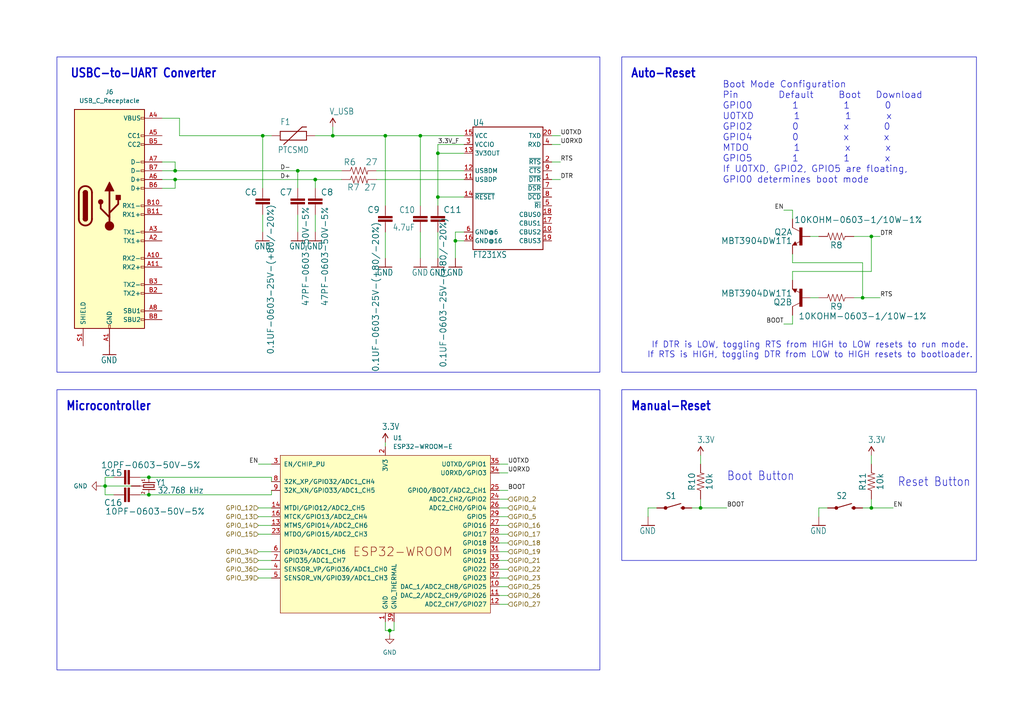
<source format=kicad_sch>
(kicad_sch (version 20230121) (generator eeschema)
  (paper "A4")
  (title_block (title "Microcontroller"))
  (lib_symbols
    (symbol "Connector:USB_C_Receptacle" (pin_names (offset 1.016))
      (property "Reference" "J" (at -10.16 29.21 0))
      (property "Value" "USB_C_Receptacle" (at 10.16 29.21 0))
      (symbol "USB_C_Receptacle_0_0"
        (rectangle (start -0.254 -35.56) (end 0.254 -34.544))
        (rectangle (start 10.16 -32.766) (end 9.144 -33.274))
        (rectangle (start 10.16 -30.226) (end 9.144 -30.734))
        (rectangle (start 10.16 -25.146) (end 9.144 -25.654))
        (rectangle (start 10.16 -22.606) (end 9.144 -23.114))
        (rectangle (start 10.16 -17.526) (end 9.144 -18.034))
        (rectangle (start 10.16 -14.986) (end 9.144 -15.494))
        (rectangle (start 10.16 -9.906) (end 9.144 -10.414))
        (rectangle (start 10.16 -7.366) (end 9.144 -7.874))
        (rectangle (start 10.16 -2.286) (end 9.144 -2.794))
        (rectangle (start 10.16 0.254) (end 9.144 -0.254))
        (rectangle (start 10.16 5.334) (end 9.144 4.826))
        (rectangle (start 10.16 7.874) (end 9.144 7.366))
        (rectangle (start 10.16 10.414) (end 9.144 9.906))
        (rectangle (start 10.16 12.954) (end 9.144 12.446))
        (rectangle (start 10.16 18.034) (end 9.144 17.526))
        (rectangle (start 10.16 20.574) (end 9.144 20.066))
        (rectangle (start 10.16 25.654) (end 9.144 25.146))
      )
      (symbol "USB_C_Receptacle_0_1"
        (rectangle (start -10.16 27.94) (end 10.16 -35.56) (stroke (width 0.254)) (fill (type background)))
        (arc (start -8.89 -3.81) (mid -6.985 -5.7067) (end -5.08 -3.81) (stroke (width 0.508)))
        (arc (start -7.62 -3.81) (mid -6.985 -4.4423) (end -6.35 -3.81) (stroke (width 0.254)))
        (arc (start -7.62 -3.81) (mid -6.985 -4.4423) (end -6.35 -3.81) (stroke (width 0.254)) (fill (type outline)))
        (rectangle (start -7.62 -3.81) (end -6.35 3.81) (stroke (width 0.254)) (fill (type outline)))
        (arc (start -6.35 3.81) (mid -6.985 4.4423) (end -7.62 3.81) (stroke (width 0.254)))
        (arc (start -6.35 3.81) (mid -6.985 4.4423) (end -7.62 3.81) (stroke (width 0.254)) (fill (type outline)))
        (arc (start -5.08 3.81) (mid -6.985 5.7067) (end -8.89 3.81) (stroke (width 0.508)))
        (polyline (pts (xy -8.89 -3.81) (xy -8.89 3.81)) (stroke (width 0.508)))
        (polyline (pts (xy -5.08 3.81) (xy -5.08 -3.81)) (stroke (width 0.508)))
      )
      (symbol "USB_C_Receptacle_1_1"
        (circle (center -2.54 1.143) (radius 0.635) (stroke (width 0.254)) (fill (type outline)))
        (circle (center 0 -5.842) (radius 1.27) (fill (type outline)))
        (polyline (pts (xy 0 -5.842) (xy 0 4.318)) (stroke (width 0.508)))
        (polyline (pts (xy 0 -3.302) (xy -2.54 -0.762) (xy -2.54 0.508)) (stroke (width 0.508)))
        (polyline (pts (xy 0 -2.032) (xy 2.54 0.508) (xy 2.54 1.778)) (stroke (width 0.508)))
        (polyline (pts (xy -1.27 4.318) (xy 0 6.858) (xy 1.27 4.318) (xy -1.27 4.318)) (stroke (width 0.254)) (fill (type outline)))
        (rectangle (start 1.905 1.778) (end 3.175 3.048) (stroke (width 0.254)) (fill (type outline)))
        (pin passive line (at 0 -40.64 90) (length 5.08) (name "GND") (number "A1"))
        (pin bidirectional line (at 15.24 -15.24 180) (length 5.08) (name "RX2-") (number "A10"))
        (pin bidirectional line (at 15.24 -17.78 180) (length 5.08) (name "RX2+") (number "A11"))
        (pin passive line (at 0 -40.64 90) (length 5.08) hide (name "GND") (number "A12"))
        (pin bidirectional line (at 15.24 -10.16 180) (length 5.08) (name "TX1+") (number "A2"))
        (pin bidirectional line (at 15.24 -7.62 180) (length 5.08) (name "TX1-") (number "A3"))
        (pin passive line (at 15.24 25.4 180) (length 5.08) (name "VBUS") (number "A4"))
        (pin bidirectional line (at 15.24 20.32 180) (length 5.08) (name "CC1") (number "A5"))
        (pin bidirectional line (at 15.24 7.62 180) (length 5.08) (name "D+") (number "A6"))
        (pin bidirectional line (at 15.24 12.7 180) (length 5.08) (name "D-") (number "A7"))
        (pin bidirectional line (at 15.24 -30.48 180) (length 5.08) (name "SBU1") (number "A8"))
        (pin passive line (at 15.24 25.4 180) (length 5.08) hide (name "VBUS") (number "A9"))
        (pin passive line (at 0 -40.64 90) (length 5.08) hide (name "GND") (number "B1"))
        (pin bidirectional line (at 15.24 0 180) (length 5.08) (name "RX1-") (number "B10"))
        (pin bidirectional line (at 15.24 -2.54 180) (length 5.08) (name "RX1+") (number "B11"))
        (pin passive line (at 0 -40.64 90) (length 5.08) hide (name "GND") (number "B12"))
        (pin bidirectional line (at 15.24 -25.4 180) (length 5.08) (name "TX2+") (number "B2"))
        (pin bidirectional line (at 15.24 -22.86 180) (length 5.08) (name "TX2-") (number "B3"))
        (pin passive line (at 15.24 25.4 180) (length 5.08) hide (name "VBUS") (number "B4"))
        (pin bidirectional line (at 15.24 17.78 180) (length 5.08) (name "CC2") (number "B5"))
        (pin bidirectional line (at 15.24 5.08 180) (length 5.08) (name "D+") (number "B6"))
        (pin bidirectional line (at 15.24 10.16 180) (length 5.08) (name "D-") (number "B7"))
        (pin bidirectional line (at 15.24 -33.02 180) (length 5.08) (name "SBU2") (number "B8"))
        (pin passive line (at 15.24 25.4 180) (length 5.08) hide (name "VBUS") (number "B9"))
        (pin passive line (at -7.62 -40.64 90) (length 5.08) (name "SHIELD") (number "S1"))
      )
    )
    (symbol "Espressif:ESP32-WROOM-E" (pin_names (offset 1.016))
      (property "Reference" "U" (at -30.48 27.94 0))
      (property "Value" "ESP32-WROOM-E" (at -30.48 25.4 0))
      (symbol "ESP32-WROOM-E_0_1"
        (rectangle (start -30.48 22.86) (end 30.48 -22.86) (fill (type background)))
      )
      (symbol "ESP32-WROOM-E_1_1"
        (text "ESP32-­WROOM­" (at 5.08 -5.08 0) (effects (font (size 2.54 2.54))))
        (pin power_in line (at 0 -25.4 90) (length 2.54) (name "GND") (number "1"))
        (pin bidirectional line (at 33.02 -15.24 180) (length 2.54) (name "DAC_1/ADC2_CH8/GPIO25") (number "10"))
        (pin bidirectional line (at 33.02 -17.78 180) (length 2.54) (name "DAC_2/ADC2_CH9/GPIO26") (number "11"))
        (pin bidirectional line (at 33.02 -20.32 180) (length 2.54) (name "ADC2_CH7/GPIO27") (number "12"))
        (pin bidirectional line (at -33.02 2.54 0) (length 2.54) (name "MTMS/GPIO14/ADC2_CH6") (number "13"))
        (pin bidirectional line (at -33.02 7.62 0) (length 2.54) (name "MTDI/GPIO12/ADC2_CH5") (number "14"))
        (pin passive line (at 0 -25.4 90) (length 2.54) hide (name "GND") (number "15"))
        (pin bidirectional line (at -33.02 5.08 0) (length 2.54) (name "MTCK/GPIO13/ADC2_CH4") (number "16"))
        (pin power_in line (at 0 25.4 270) (length 2.54) (name "3V3") (number "2"))
        (pin bidirectional line (at -33.02 0 0) (length 2.54) (name "MTDO/GPIO15/ADC2_CH3") (number "23"))
        (pin bidirectional line (at 33.02 10.16 180) (length 2.54) (name "ADC2_CH2/GPIO2") (number "24"))
        (pin bidirectional line (at 33.02 12.7 180) (length 2.54) (name "GPIO0/BOOT/ADC2_CH1") (number "25"))
        (pin bidirectional line (at 33.02 7.62 180) (length 2.54) (name "ADC2_CH0/GPIO4") (number "26"))
        (pin bidirectional line (at 33.02 2.54 180) (length 2.54) (name "GPIO16") (number "27"))
        (pin bidirectional line (at 33.02 0 180) (length 2.54) (name "GPIO17") (number "28"))
        (pin bidirectional line (at 33.02 5.08 180) (length 2.54) (name "GPIO5") (number "29"))
        (pin input line (at -33.02 20.32 0) (length 2.54) (name "EN/CHIP_PU") (number "3"))
        (pin bidirectional line (at 33.02 -2.54 180) (length 2.54) (name "GPIO18") (number "30"))
        (pin bidirectional line (at 33.02 -5.08 180) (length 2.54) (name "GPIO19") (number "31"))
        (pin bidirectional line (at 33.02 -7.62 180) (length 2.54) (name "GPIO21") (number "33"))
        (pin bidirectional line (at 33.02 17.78 180) (length 2.54) (name "U0RXD/GPIO3") (number "34"))
        (pin bidirectional line (at 33.02 20.32 180) (length 2.54) (name "U0TXD/GPIO1") (number "35"))
        (pin bidirectional line (at 33.02 -10.16 180) (length 2.54) (name "GPIO22") (number "36"))
        (pin bidirectional line (at 33.02 -12.7 180) (length 2.54) (name "GPIO23") (number "37"))
        (pin passive line (at 0 -25.4 90) (length 2.54) hide (name "GND") (number "38"))
        (pin power_in line (at 2.54 -25.4 90) (length 2.54) (name "GND_THERMAL") (number "39"))
        (pin input line (at -33.02 -10.16 0) (length 2.54) (name "SENSOR_VP/GPIO36/ADC1_CH0") (number "4"))
        (pin input line (at -33.02 -12.7 0) (length 2.54) (name "SENSOR_VN/GPIO39/ADC1_CH3") (number "5"))
        (pin input line (at -33.02 -5.08 0) (length 2.54) (name "GPIO34/ADC1_CH6") (number "6"))
        (pin input line (at -33.02 -7.62 0) (length 2.54) (name "GPIO35/ADC1_CH7") (number "7"))
        (pin bidirectional line (at -33.02 15.24 0) (length 2.54) (name "32K_XP/GPIO32/ADC1_CH4") (number "8"))
        (pin bidirectional line (at -33.02 12.7 0) (length 2.54) (name "32K_XN/GPIO33/ADC1_CH5") (number "9"))
      )
    )
    (symbol "GND_1" (power) (pin_names (offset 0))
      (property "Value" "GND_1" (at 0 -3.81 0))
      (symbol "GND_1_0_1"
        (polyline (pts (xy 0 0) (xy 0 -1.27) (xy 1.27 -1.27) (xy 0 -2.54) (xy -1.27 -1.27) (xy 0 -1.27)))
      )
      (symbol "GND_1_1_1"
        (pin power_in line (at 0 0 270) (length 0) hide (name "GND") (number "1"))
      )
    )
    (symbol "esp32-thing-eagle-import:0.1UF-0603-25V-(+80/-20%)"
      (property "Reference" "C" (at 1.524 2.921 0))
      (symbol "0.1UF-0603-25V-(+80/-20%)_1_0"
        (rectangle (start -2.032 0.508) (end 2.032 1.016) (fill (type outline)))
        (rectangle (start -2.032 1.524) (end 2.032 2.032) (fill (type outline)))
        (polyline (pts (xy 0 0) (xy 0 0.508)) (stroke (width 0.1524)))
        (polyline (pts (xy 0 2.54) (xy 0 2.032)) (stroke (width 0.1524)))
        (pin passive line (at 0 5.08 270) (length 2.54) (name "1") (number "1"))
        (pin passive line (at 0 -2.54 90) (length 2.54) (name "2") (number "2"))
      )
    )
    (symbol "esp32-thing-eagle-import:10KOHM-0603-1/10W-1%"
      (property "Reference" "R" (at 0 1.524 0))
      (symbol "10KOHM-0603-1/10W-1%_1_0"
        (polyline (pts (xy -2.54 0) (xy -2.159 1.016)) (stroke (width 0.1524)))
        (polyline (pts (xy -2.159 1.016) (xy -1.524 -1.016)) (stroke (width 0.1524)))
        (polyline (pts (xy -1.524 -1.016) (xy -0.889 1.016)) (stroke (width 0.1524)))
        (polyline (pts (xy -0.889 1.016) (xy -0.254 -1.016)) (stroke (width 0.1524)))
        (polyline (pts (xy -0.254 -1.016) (xy 0.381 1.016)) (stroke (width 0.1524)))
        (polyline (pts (xy 0.381 1.016) (xy 1.016 -1.016)) (stroke (width 0.1524)))
        (polyline (pts (xy 1.016 -1.016) (xy 1.651 1.016)) (stroke (width 0.1524)))
        (polyline (pts (xy 1.651 1.016) (xy 2.286 -1.016)) (stroke (width 0.1524)))
        (polyline (pts (xy 2.286 -1.016) (xy 2.54 0)) (stroke (width 0.1524)))
        (pin passive line (at -5.08 0 0) (length 2.54) (name "1") (number "1"))
        (pin passive line (at 5.08 0 180) (length 2.54) (name "2") (number "2"))
      )
    )
    (symbol "esp32-thing-eagle-import:10KOHM-1/10W-1%(0603)0603"
      (property "Reference" "R" (at 0 1.524 0))
      (symbol "10KOHM-1/10W-1%(0603)0603_1_0"
        (polyline (pts (xy -2.54 0) (xy -2.159 1.016)) (stroke (width 0.1524)))
        (polyline (pts (xy -2.159 1.016) (xy -1.524 -1.016)) (stroke (width 0.1524)))
        (polyline (pts (xy -1.524 -1.016) (xy -0.889 1.016)) (stroke (width 0.1524)))
        (polyline (pts (xy -0.889 1.016) (xy -0.254 -1.016)) (stroke (width 0.1524)))
        (polyline (pts (xy -0.254 -1.016) (xy 0.381 1.016)) (stroke (width 0.1524)))
        (polyline (pts (xy 0.381 1.016) (xy 1.016 -1.016)) (stroke (width 0.1524)))
        (polyline (pts (xy 1.016 -1.016) (xy 1.651 1.016)) (stroke (width 0.1524)))
        (polyline (pts (xy 1.651 1.016) (xy 2.286 -1.016)) (stroke (width 0.1524)))
        (polyline (pts (xy 2.286 -1.016) (xy 2.54 0)) (stroke (width 0.1524)))
        (pin passive line (at -5.08 0 0) (length 2.54) (name "1") (number "1"))
        (pin passive line (at 5.08 0 180) (length 2.54) (name "2") (number "2"))
      )
    )
    (symbol "esp32-thing-eagle-import:10PF-0603-50V-5%"
      (property "Reference" "C" (at 1.524 2.921 0))
      (symbol "10PF-0603-50V-5%_1_0"
        (rectangle (start -2.032 0.508) (end 2.032 1.016) (fill (type outline)))
        (rectangle (start -2.032 1.524) (end 2.032 2.032) (fill (type outline)))
        (polyline (pts (xy 0 0) (xy 0 0.508)) (stroke (width 0.1524)))
        (polyline (pts (xy 0 2.54) (xy 0 2.032)) (stroke (width 0.1524)))
        (pin passive line (at 0 5.08 270) (length 2.54) (name "1") (number "1"))
        (pin passive line (at 0 -2.54 90) (length 2.54) (name "2") (number "2"))
      )
    )
    (symbol "esp32-thing-eagle-import:27OHM1/10W1%(0603)0603-RES"
      (property "Reference" "R" (at 0 1.524 0))
      (symbol "27OHM1/10W1%(0603)0603-RES_1_0"
        (polyline (pts (xy -2.54 0) (xy -2.159 1.016)) (stroke (width 0.1524)))
        (polyline (pts (xy -2.159 1.016) (xy -1.524 -1.016)) (stroke (width 0.1524)))
        (polyline (pts (xy -1.524 -1.016) (xy -0.889 1.016)) (stroke (width 0.1524)))
        (polyline (pts (xy -0.889 1.016) (xy -0.254 -1.016)) (stroke (width 0.1524)))
        (polyline (pts (xy -0.254 -1.016) (xy 0.381 1.016)) (stroke (width 0.1524)))
        (polyline (pts (xy 0.381 1.016) (xy 1.016 -1.016)) (stroke (width 0.1524)))
        (polyline (pts (xy 1.016 -1.016) (xy 1.651 1.016)) (stroke (width 0.1524)))
        (polyline (pts (xy 1.651 1.016) (xy 2.286 -1.016)) (stroke (width 0.1524)))
        (polyline (pts (xy 2.286 -1.016) (xy 2.54 0)) (stroke (width 0.1524)))
        (pin passive line (at -5.08 0 0) (length 2.54) (name "1") (number "1"))
        (pin passive line (at 5.08 0 180) (length 2.54) (name "2") (number "2"))
      )
    )
    (symbol "esp32-thing-eagle-import:3.3V" (power)
      (property "Value" "3.3V" (at -1.016 3.556 0))
      (symbol "3.3V_1_0"
        (polyline (pts (xy 0 2.54) (xy -0.762 1.27)) (stroke (width 0.254)))
        (polyline (pts (xy 0.762 1.27) (xy 0 2.54)) (stroke (width 0.254)))
        (pin power_in line (at 0 0 90) (length 2.54) (name "3.3V") (number "1"))
      )
    )
    (symbol "esp32-thing-eagle-import:4.7UF-6.3V-10%(0603)0603"
      (property "Reference" "C" (at 1.524 2.921 0))
      (symbol "4.7UF-6.3V-10%(0603)0603_1_0"
        (rectangle (start -2.032 0.508) (end 2.032 1.016) (fill (type outline)))
        (rectangle (start -2.032 1.524) (end 2.032 2.032) (fill (type outline)))
        (polyline (pts (xy 0 0) (xy 0 0.508)) (stroke (width 0.1524)))
        (polyline (pts (xy 0 2.54) (xy 0 2.032)) (stroke (width 0.1524)))
        (pin passive line (at 0 5.08 270) (length 2.54) (name "1") (number "1"))
        (pin passive line (at 0 -2.54 90) (length 2.54) (name "2") (number "2"))
      )
    )
    (symbol "esp32-thing-eagle-import:47PF-0603-50V-5%"
      (property "Reference" "C" (at 1.524 2.921 0))
      (symbol "47PF-0603-50V-5%_1_0"
        (rectangle (start -2.032 0.508) (end 2.032 1.016) (fill (type outline)))
        (rectangle (start -2.032 1.524) (end 2.032 2.032) (fill (type outline)))
        (polyline (pts (xy 0 0) (xy 0 0.508)) (stroke (width 0.1524)))
        (polyline (pts (xy 0 2.54) (xy 0 2.032)) (stroke (width 0.1524)))
        (pin passive line (at 0 5.08 270) (length 2.54) (name "1") (number "1"))
        (pin passive line (at 0 -2.54 90) (length 2.54) (name "2") (number "2"))
      )
    )
    (symbol "esp32-thing-eagle-import:CRYSTAL-GROUNDED3.2X2.5"
      (property "Reference" "Y" (at 2.54 2.54 0))
      (symbol "CRYSTAL-GROUNDED3.2X2.5_1_0"
        (polyline (pts (xy -2.54 0) (xy -1.016 0)) (stroke (width 0.1524)))
        (polyline (pts (xy -1.016 0) (xy -1.016 -1.778)) (stroke (width 0.254)))
        (polyline (pts (xy -1.016 1.778) (xy -1.016 0)) (stroke (width 0.254)))
        (polyline (pts (xy -0.381 -1.524) (xy 0.381 -1.524)) (stroke (width 0.254)))
        (polyline (pts (xy -0.381 1.524) (xy -0.381 -1.524)) (stroke (width 0.254)))
        (polyline (pts (xy 0 -2.8) (xy 0 -1.6)) (stroke (width 0.1524)))
        (polyline (pts (xy 0.381 -1.524) (xy 0.381 1.524)) (stroke (width 0.254)))
        (polyline (pts (xy 0.381 1.524) (xy -0.381 1.524)) (stroke (width 0.254)))
        (polyline (pts (xy 1.016 0) (xy 2.54 0)) (stroke (width 0.1524)))
        (polyline (pts (xy 1.016 1.778) (xy 1.016 -1.778)) (stroke (width 0.254)))
        (text "1" (at -2.159 -1.143 0) (effects (font (size 0.8636 0.734)) (justify left bottom)))
        (text "2" (at 1.524 -1.143 0) (effects (font (size 0.8636 0.734)) (justify left bottom)))
        (pin passive line (at -2.54 0 0) (length 0) (name "1") (number "1"))
        (pin passive line (at 0 -5.08 90) (length 2.54) (name "GND") (number "2"))
        (pin passive line (at 2.54 0 180) (length 0) (name "2") (number "3"))
        (pin passive line (at 0 -5.08 90) (length 2.54) (name "GND") (number "4"))
      )
    )
    (symbol "esp32-thing-eagle-import:FT231XS"
      (symbol "FT231XS_1_0"
        (polyline (pts (xy -10.16 -17.78) (xy 10.16 -17.78)) (stroke (width 0.254)))
        (polyline (pts (xy -10.16 17.78) (xy -10.16 -17.78)) (stroke (width 0.254)))
        (polyline (pts (xy 10.16 -17.78) (xy 10.16 17.78)) (stroke (width 0.254)))
        (polyline (pts (xy 10.16 17.78) (xy -10.16 17.78)) (stroke (width 0.254)))
        (pin bidirectional line (at 12.7 2.54 180) (length 2.54) (name "~{DTR}") (number "1"))
        (pin bidirectional line (at 12.7 -12.7 180) (length 2.54) (name "CBUS2") (number "10"))
        (pin bidirectional line (at -12.7 2.54 0) (length 2.54) (name "USBDP") (number "11"))
        (pin bidirectional line (at -12.7 5.08 0) (length 2.54) (name "USBDM") (number "12"))
        (pin bidirectional line (at -12.7 10.16 0) (length 2.54) (name "3V3OUT") (number "13"))
        (pin bidirectional line (at -12.7 -2.54 0) (length 2.54) (name "~{RESET}") (number "14"))
        (pin bidirectional line (at -12.7 15.24 0) (length 2.54) (name "VCC") (number "15"))
        (pin bidirectional line (at -12.7 -15.24 0) (length 2.54) (name "GND@16") (number "16"))
        (pin bidirectional line (at 12.7 -10.16 180) (length 2.54) (name "CBUS1") (number "17"))
        (pin bidirectional line (at 12.7 -7.62 180) (length 2.54) (name "CBUS0") (number "18"))
        (pin bidirectional line (at 12.7 -15.24 180) (length 2.54) (name "CBUS3") (number "19"))
        (pin bidirectional line (at 12.7 7.62 180) (length 2.54) (name "~{RTS}") (number "2"))
        (pin bidirectional line (at 12.7 15.24 180) (length 2.54) (name "TXD") (number "20"))
        (pin bidirectional line (at -12.7 12.7 0) (length 2.54) (name "VCCIO") (number "3"))
        (pin bidirectional line (at 12.7 12.7 180) (length 2.54) (name "RXD") (number "4"))
        (pin bidirectional line (at 12.7 -5.08 180) (length 2.54) (name "~{RI}") (number "5"))
        (pin bidirectional line (at -12.7 -12.7 0) (length 2.54) (name "GND@6") (number "6"))
        (pin bidirectional line (at 12.7 0 180) (length 2.54) (name "~{DSR}") (number "7"))
        (pin bidirectional line (at 12.7 -2.54 180) (length 2.54) (name "~{DCD}") (number "8"))
        (pin bidirectional line (at 12.7 5.08 180) (length 2.54) (name "~{CTS}") (number "9"))
      )
    )
    (symbol "esp32-thing-eagle-import:GND" (power)
      (property "Value" "GND" (at -2.54 -2.54 0))
      (symbol "GND_1_0"
        (polyline (pts (xy -1.905 0) (xy 1.905 0)) (stroke (width 0.254)))
        (pin power_in line (at 0 2.54 270) (length 2.54) (name "GND") (number "1"))
      )
    )
    (symbol "esp32-thing-eagle-import:MBT3904DW1T1"
      (property "Reference" "Q" (at 2.54 1.27 0))
      (symbol "MBT3904DW1T1_1_0"
        (rectangle (start -0.254 -2.54) (end 0.508 2.54) (fill (type outline)))
        (polyline (pts (xy 1.27 -2.54) (xy 1.778 -1.524)) (stroke (width 0.1524)))
        (polyline (pts (xy 1.524 -2.413) (xy 2.286 -2.413)) (stroke (width 0.254)))
        (polyline (pts (xy 1.524 -2.286) (xy 1.905 -2.286)) (stroke (width 0.254)))
        (polyline (pts (xy 1.54 -2.04) (xy 0.308 -1.424)) (stroke (width 0.1524)))
        (polyline (pts (xy 1.778 -1.778) (xy 1.524 -2.286)) (stroke (width 0.254)))
        (polyline (pts (xy 1.778 -1.524) (xy 2.54 -2.54)) (stroke (width 0.1524)))
        (polyline (pts (xy 1.905 -2.286) (xy 1.778 -2.032)) (stroke (width 0.254)))
        (polyline (pts (xy 2.286 -2.413) (xy 1.778 -1.778)) (stroke (width 0.254)))
        (polyline (pts (xy 2.54 -2.54) (xy 1.27 -2.54)) (stroke (width 0.1524)))
        (polyline (pts (xy 2.54 2.54) (xy 0.508 1.524)) (stroke (width 0.1524)))
        (pin passive line (at 2.54 5.08 270) (length 2.54) (name "C") (number "3"))
        (pin passive line (at 2.54 -5.08 90) (length 2.54) (name "E") (number "4"))
        (pin passive line (at -2.54 0 0) (length 2.54) (name "B") (number "5"))
      )
      (symbol "MBT3904DW1T1_2_0"
        (rectangle (start -0.254 -2.54) (end 0.508 2.54) (fill (type outline)))
        (polyline (pts (xy 1.27 -2.54) (xy 1.778 -1.524)) (stroke (width 0.1524)))
        (polyline (pts (xy 1.524 -2.413) (xy 2.286 -2.413)) (stroke (width 0.254)))
        (polyline (pts (xy 1.524 -2.286) (xy 1.905 -2.286)) (stroke (width 0.254)))
        (polyline (pts (xy 1.54 -2.04) (xy 0.308 -1.424)) (stroke (width 0.1524)))
        (polyline (pts (xy 1.778 -1.778) (xy 1.524 -2.286)) (stroke (width 0.254)))
        (polyline (pts (xy 1.778 -1.524) (xy 2.54 -2.54)) (stroke (width 0.1524)))
        (polyline (pts (xy 1.905 -2.286) (xy 1.778 -2.032)) (stroke (width 0.254)))
        (polyline (pts (xy 2.286 -2.413) (xy 1.778 -1.778)) (stroke (width 0.254)))
        (polyline (pts (xy 2.54 -2.54) (xy 1.27 -2.54)) (stroke (width 0.1524)))
        (polyline (pts (xy 2.54 2.54) (xy 0.508 1.524)) (stroke (width 0.1524)))
        (pin passive line (at 2.54 -5.08 90) (length 2.54) (name "E") (number "1"))
        (pin passive line (at -2.54 0 0) (length 2.54) (name "B") (number "2"))
        (pin passive line (at 2.54 5.08 270) (length 2.54) (name "C") (number "6"))
      )
    )
    (symbol "esp32-thing-eagle-import:PTCSMD"
      (property "Reference" "F" (at -2.54 3.048 0))
      (symbol "PTCSMD_1_0"
        (polyline (pts (xy -2.54 -1.27) (xy -2.54 1.27)) (stroke (width 0.254)))
        (polyline (pts (xy -2.54 1.27) (xy 5.08 1.27)) (stroke (width 0.254)))
        (polyline (pts (xy -1.524 -2.54) (xy 3.81 2.54)) (stroke (width 0.254)))
        (polyline (pts (xy 3.81 2.54) (xy 5.08 2.54)) (stroke (width 0.254)))
        (polyline (pts (xy 5.08 -1.27) (xy -2.54 -1.27)) (stroke (width 0.254)))
        (polyline (pts (xy 5.08 1.27) (xy 5.08 -1.27)) (stroke (width 0.254)))
        (pin bidirectional line (at -5.08 0 0) (length 2.54) (name "1") (number "1"))
        (pin bidirectional line (at 7.62 0 180) (length 2.54) (name "2") (number "2"))
      )
    )
    (symbol "esp32-thing-eagle-import:SWITCH-MOMENTARY-2SMD-4.6X2.8MM"
      (property "Reference" "S" (at -2.54 2.54 0))
      (symbol "SWITCH-MOMENTARY-2SMD-4.6X2.8MM_1_0"
        (circle (center -2.54 0) (radius 0.127) (stroke (width 0.4064)))
        (polyline (pts (xy -2.54 0) (xy 1.905 1.27)) (stroke (width 0.254)))
        (polyline (pts (xy 1.905 0) (xy 2.54 0)) (stroke (width 0.254)))
        (circle (center 2.54 0) (radius 0.127) (stroke (width 0.4064)))
        (pin passive line (at -5.08 0 0) (length 2.54) (name "1") (number "1"))
        (pin passive line (at -5.08 0 0) (length 2.54) (name "1") (number "2"))
        (pin passive line (at 5.08 0 180) (length 2.54) (name "2") (number "3"))
        (pin passive line (at 5.08 0 180) (length 2.54) (name "2") (number "4"))
      )
    )
    (symbol "esp32-thing-eagle-import:SparkFun_GND" (power)
      (property "Value" "SparkFun_GND" (at -2.54 -2.54 0))
      (symbol "SparkFun_GND_1_0"
        (polyline (pts (xy -1.905 0) (xy 1.905 0)) (stroke (width 0.254)))
        (pin power_in line (at 0 2.54 270) (length 2.54) (name "GND") (number "1"))
      )
    )
    (symbol "esp32-thing-eagle-import:V_USB" (power)
      (property "Value" "V_USB" (at -1.016 3.556 0))
      (symbol "V_USB_1_0"
        (polyline (pts (xy 0 2.54) (xy -0.762 1.27)) (stroke (width 0.254)))
        (polyline (pts (xy 0.762 1.27) (xy 0 2.54)) (stroke (width 0.254)))
        (pin power_in line (at 0 0 90) (length 2.54) (name "V_USB") (number "1"))
      )
    )
  )
  (junction (at 127 57.15))
  (junction (at 76.2 39.37))
  (junction (at 50.8 49.53))
  (junction (at 111.76 39.37))
  (junction (at 43.18 143.51))
  (junction (at 252.73 68.58))
  (junction (at 30.48 140.97))
  (junction (at 43.18 138.43))
  (junction (at 113.03 182.88))
  (junction (at 50.8 52.07))
  (junction (at 250.19 86.36))
  (junction (at 127 44.45))
  (junction (at 121.92 39.37))
  (junction (at 132.08 69.85))
  (junction (at 86.36 49.53))
  (junction (at 96.52 39.37))
  (junction (at 203.2 147.32))
  (junction (at 252.73 147.32))
  (junction (at 91.44 52.07))
  (wire (pts (xy 127 57.15) (xy 134.62 57.15)) (stroke (width 0.1524)))
  (wire (pts (xy 50.8 49.53) (xy 86.36 49.53)) (stroke (width 0.1524)))
  (wire (pts (xy 43.18 138.43) (xy 40.64 138.43)) (stroke (width 0.1524)))
  (wire (pts (xy 113.03 184.15) (xy 113.03 182.88)))
  (wire (pts (xy 127 59.69) (xy 127 57.15)) (stroke (width 0.1524)))
  (wire (pts (xy 38.1 140.97) (xy 30.48 140.97)) (stroke (width 0.1524)))
  (wire (pts (xy 160.02 52.07) (xy 162.56 52.07)) (stroke (width 0.1524)))
  (wire (pts (xy 29.21 140.97) (xy 30.48 140.97)))
  (wire (pts (xy 78.74 143.51) (xy 78.74 142.24)) (stroke (width 0.1524)))
  (wire (pts (xy 121.92 59.69) (xy 121.92 39.37)) (stroke (width 0.1524)))
  (wire (pts (xy 144.78 175.26) (xy 147.32 175.26)))
  (wire (pts (xy 30.48 138.43) (xy 30.48 140.97)) (stroke (width 0.1524)))
  (wire (pts (xy 160.02 46.99) (xy 162.56 46.99)) (stroke (width 0.1524)))
  (wire (pts (xy 134.62 69.85) (xy 132.08 69.85)) (stroke (width 0.1524)))
  (wire (pts (xy 144.78 149.86) (xy 147.32 149.86)))
  (wire (pts (xy 144.78 147.32) (xy 147.32 147.32)))
  (wire (pts (xy 144.78 165.1) (xy 147.32 165.1)))
  (wire (pts (xy 144.78 170.18) (xy 147.32 170.18)))
  (wire (pts (xy 74.93 152.4) (xy 78.74 152.4)))
  (wire (pts (xy 144.78 154.94) (xy 147.32 154.94)))
  (wire (pts (xy 160.02 39.37) (xy 162.56 39.37)) (stroke (width 0.1524)))
  (wire (pts (xy 144.78 142.24) (xy 147.32 142.24)))
  (wire (pts (xy 91.44 52.07) (xy 91.44 54.61)) (stroke (width 0.1524)))
  (wire (pts (xy 134.62 67.31) (xy 132.08 67.31)) (stroke (width 0.1524)))
  (wire (pts (xy 43.18 143.51) (xy 40.64 143.51)) (stroke (width 0.1524)))
  (wire (pts (xy 76.2 39.37) (xy 78.74 39.37)) (stroke (width 0.1524)))
  (wire (pts (xy 78.74 138.43) (xy 78.74 139.7)) (stroke (width 0.1524)))
  (wire (pts (xy 229.87 81.28) (xy 229.87 78.74)) (stroke (width 0.1524)))
  (wire (pts (xy 144.78 172.72) (xy 147.32 172.72)))
  (wire (pts (xy 229.87 60.96) (xy 227.33 60.96)) (stroke (width 0.1524)))
  (wire (pts (xy 74.93 160.02) (xy 78.74 160.02)))
  (wire (pts (xy 252.73 132.08) (xy 252.73 134.62)) (stroke (width 0.1524)))
  (wire (pts (xy 240.03 147.32) (xy 237.49 147.32)) (stroke (width 0.1524)))
  (wire (pts (xy 91.44 67.31) (xy 91.44 62.23)) (stroke (width 0.1524)))
  (wire (pts (xy 252.73 78.74) (xy 252.73 68.58)) (stroke (width 0.1524)))
  (wire (pts (xy 250.19 86.36) (xy 255.27 86.36)) (stroke (width 0.1524)))
  (wire (pts (xy 50.8 49.53) (xy 50.8 46.99)) (stroke (width 0.1524)))
  (wire (pts (xy 247.65 86.36) (xy 250.19 86.36)) (stroke (width 0.1524)))
  (wire (pts (xy 121.92 39.37) (xy 134.62 39.37)) (stroke (width 0.1524)))
  (wire (pts (xy 43.18 143.51) (xy 78.74 143.51)) (stroke (width 0.1524)))
  (wire (pts (xy 144.78 167.64) (xy 147.32 167.64)))
  (wire (pts (xy 247.65 68.58) (xy 252.73 68.58)) (stroke (width 0.1524)))
  (wire (pts (xy 237.49 86.36) (xy 234.95 86.36)) (stroke (width 0.1524)))
  (wire (pts (xy 127 44.45) (xy 127 41.91)) (stroke (width 0.1524)))
  (wire (pts (xy 76.2 54.61) (xy 76.2 39.37)) (stroke (width 0.1524)))
  (wire (pts (xy 190.5 147.32) (xy 187.96 147.32)) (stroke (width 0.1524)))
  (wire (pts (xy 147.32 137.16) (xy 144.78 137.16)))
  (wire (pts (xy 203.2 147.32) (xy 210.82 147.32)) (stroke (width 0.1524)))
  (wire (pts (xy 74.93 165.1) (xy 78.74 165.1)))
  (wire (pts (xy 250.19 76.2) (xy 229.87 76.2)) (stroke (width 0.1524)))
  (wire (pts (xy 237.49 68.58) (xy 234.95 68.58)) (stroke (width 0.1524)))
  (wire (pts (xy 99.06 52.07) (xy 91.44 52.07)) (stroke (width 0.1524)))
  (wire (pts (xy 111.76 128.27) (xy 111.76 129.54)))
  (wire (pts (xy 250.19 86.36) (xy 250.19 76.2)) (stroke (width 0.1524)))
  (wire (pts (xy 111.76 74.93) (xy 111.76 67.31)) (stroke (width 0.1524)))
  (wire (pts (xy 127 57.15) (xy 127 44.45)) (stroke (width 0.1524)))
  (wire (pts (xy 96.52 39.37) (xy 96.52 36.83)) (stroke (width 0.1524)))
  (wire (pts (xy 91.44 39.37) (xy 96.52 39.37)) (stroke (width 0.1524)))
  (wire (pts (xy 74.93 147.32) (xy 78.74 147.32)))
  (wire (pts (xy 96.52 39.37) (xy 111.76 39.37)) (stroke (width 0.1524)))
  (wire (pts (xy 30.48 140.97) (xy 30.48 143.51)) (stroke (width 0.1524)))
  (wire (pts (xy 144.78 160.02) (xy 147.32 160.02)))
  (wire (pts (xy 144.78 157.48) (xy 147.32 157.48)))
  (wire (pts (xy 33.02 138.43) (xy 30.48 138.43)) (stroke (width 0.1524)))
  (wire (pts (xy 74.93 162.56) (xy 78.74 162.56)))
  (wire (pts (xy 144.78 162.56) (xy 147.32 162.56)))
  (wire (pts (xy 203.2 144.78) (xy 203.2 147.32)) (stroke (width 0.1524)))
  (wire (pts (xy 127 44.45) (xy 134.62 44.45)) (stroke (width 0.1524)))
  (wire (pts (xy 250.19 147.32) (xy 252.73 147.32)) (stroke (width 0.1524)))
  (wire (pts (xy 132.08 69.85) (xy 132.08 74.93)) (stroke (width 0.1524)))
  (wire (pts (xy 187.96 147.32) (xy 187.96 149.86)) (stroke (width 0.1524)))
  (wire (pts (xy 229.87 93.98) (xy 229.87 91.44)) (stroke (width 0.1524)))
  (wire (pts (xy 74.93 149.86) (xy 78.74 149.86)))
  (wire (pts (xy 52.07 39.37) (xy 76.2 39.37)) (stroke (width 0.1524)))
  (wire (pts (xy 50.8 52.07) (xy 91.44 52.07)) (stroke (width 0.1524)))
  (wire (pts (xy 46.99 54.61) (xy 50.8 54.61)))
  (wire (pts (xy 200.66 147.32) (xy 203.2 147.32)) (stroke (width 0.1524)))
  (wire (pts (xy 76.2 67.31) (xy 76.2 62.23)) (stroke (width 0.1524)))
  (wire (pts (xy 132.08 67.31) (xy 132.08 69.85)) (stroke (width 0.1524)))
  (wire (pts (xy 52.07 39.37) (xy 52.07 34.29)) (stroke (width 0.1524)))
  (wire (pts (xy 144.78 152.4) (xy 147.32 152.4)))
  (wire (pts (xy 127 41.91) (xy 134.62 41.91)) (stroke (width 0.1524)))
  (wire (pts (xy 144.78 144.78) (xy 147.32 144.78)))
  (wire (pts (xy 229.87 63.5) (xy 229.87 60.96)) (stroke (width 0.1524)))
  (wire (pts (xy 252.73 147.32) (xy 259.08 147.32)) (stroke (width 0.1524)))
  (wire (pts (xy 252.73 68.58) (xy 255.27 68.58)) (stroke (width 0.1524)))
  (wire (pts (xy 74.93 134.62) (xy 78.74 134.62)))
  (wire (pts (xy 114.3 182.88) (xy 114.3 180.34)))
  (wire (pts (xy 46.99 52.07) (xy 50.8 52.07)) (stroke (width 0.1524)))
  (wire (pts (xy 229.87 76.2) (xy 229.87 73.66)) (stroke (width 0.1524)))
  (wire (pts (xy 74.93 154.94) (xy 78.74 154.94)))
  (wire (pts (xy 147.32 134.62) (xy 144.78 134.62)))
  (wire (pts (xy 111.76 59.69) (xy 111.76 39.37)) (stroke (width 0.1524)))
  (wire (pts (xy 160.02 41.91) (xy 162.56 41.91)) (stroke (width 0.1524)))
  (wire (pts (xy 50.8 54.61) (xy 50.8 52.07)) (stroke (width 0.1524)))
  (wire (pts (xy 113.03 182.88) (xy 111.76 182.88)))
  (wire (pts (xy 50.8 46.99) (xy 46.99 46.99)) (stroke (width 0.1524)))
  (wire (pts (xy 74.93 167.64) (xy 78.74 167.64)))
  (wire (pts (xy 86.36 49.53) (xy 86.36 54.61)) (stroke (width 0.1524)))
  (wire (pts (xy 121.92 74.93) (xy 121.92 67.31)) (stroke (width 0.1524)))
  (wire (pts (xy 86.36 67.31) (xy 86.36 62.23)) (stroke (width 0.1524)))
  (wire (pts (xy 203.2 132.08) (xy 203.2 134.62)) (stroke (width 0.1524)))
  (wire (pts (xy 43.18 138.43) (xy 78.74 138.43)) (stroke (width 0.1524)))
  (wire (pts (xy 229.87 93.98) (xy 227.33 93.98)) (stroke (width 0.1524)))
  (wire (pts (xy 111.76 182.88) (xy 111.76 180.34)))
  (wire (pts (xy 134.62 49.53) (xy 109.22 49.53)) (stroke (width 0.1524)))
  (wire (pts (xy 127 74.93) (xy 127 67.31)) (stroke (width 0.1524)))
  (wire (pts (xy 99.06 49.53) (xy 86.36 49.53)) (stroke (width 0.1524)))
  (wire (pts (xy 111.76 39.37) (xy 121.92 39.37)) (stroke (width 0.1524)))
  (wire (pts (xy 237.49 147.32) (xy 237.49 149.86)) (stroke (width 0.1524)))
  (wire (pts (xy 46.99 49.53) (xy 50.8 49.53)))
  (wire (pts (xy 134.62 52.07) (xy 109.22 52.07)) (stroke (width 0.1524)))
  (wire (pts (xy 113.03 182.88) (xy 114.3 182.88)))
  (wire (pts (xy 229.87 78.74) (xy 252.73 78.74)) (stroke (width 0.1524)))
  (wire (pts (xy 33.02 143.51) (xy 30.48 143.51)) (stroke (width 0.1524)))
  (wire (pts (xy 52.07 34.29) (xy 46.99 34.29)) (stroke (width 0.1524)))
  (wire (pts (xy 252.73 144.78) (xy 252.73 147.32)) (stroke (width 0.1524)))
  (rectangle (start 180.34 16.51) (end 283.21 107.95))
  (rectangle (start 16.51 113.03) (end 173.99 194.31))
  (rectangle (start 180.34 113.03) (end 283.21 162.56))
  (rectangle (start 16.51 16.51) (end 173.99 107.95))
  (text "Boot Mode Configuration\nPin        Default     Boot   Download\nGPIO0        1         1       0\nU0TXD        1         1       x\nGPIO2        0         x       0\nGPIO4        0         x       x\nMTDO         1         x       x\nGPIO5        1         1       x\nIf U0TXD, GPIO2, GPIO5 are floating,\nGPIO0 determines boot mode" (at 209.55 53.34 0) (effects (font (size 1.905 1.905)) (justify left bottom)))
  (text "Reset Button" (at 260.35 138.43 0) (effects (font (size 2.54 2.159)) (justify left top)))
  (text "USBC-to-UART Converter" (at 20.32 22.86 0) (effects (font (size 2.54 2.159) (thickness 0.4318) bold) (justify left bottom)))
  (text "Microcontroller\n" (at 19.05 119.38 0) (effects (font (size 2.54 2.159) (thickness 0.4318) bold) (justify left bottom)))
  (text "If DTR is LOW, toggling RTS from HIGH to LOW resets to run mode.\nIf RTS is HIGH, toggling DTR from LOW to HIGH resets to bootloader." (at 234.95 99.06 0) (effects (font (size 1.778 1.778)) (justify top)))
  (text "Boot Button" (at 210.82 139.7 0) (effects (font (size 2.54 2.159)) (justify left bottom)))
  (text "Auto-Reset" (at 182.88 22.86 0) (effects (font (size 2.54 2.159) (thickness 0.4318) bold) (justify left bottom)))
  (text "Manual-Reset" (at 182.88 119.38 0) (effects (font (size 2.54 2.159) (thickness 0.4318) bold) (justify left bottom)))
  (label "EN" (at 227.33 60.96 180))
  (label "BOOT" (at 210.82 147.32 0))
  (label "D+" (at 81.28 52.07 0) (effects (font (size 1.2446 1.2446))))
  (label "RTS" (at 162.56 46.99 0))
  (label "EN" (at 74.93 134.62 180))
  (label "EN" (at 259.08 147.32 0))
  (label "BOOT" (at 227.33 93.98 180))
  (label "BOOT" (at 147.32 142.24 0))
  (label "U0RXD" (at 162.56 41.91 0))
  (label "DTR" (at 162.56 52.07 0))
  (label "U0RXD" (at 147.32 137.16 0))
  (label "U0TXD" (at 147.32 134.62 0))
  (label "D-" (at 81.28 49.53 0) (effects (font (size 1.2446 1.2446))))
  (label "3.3V_F" (at 127 41.91 0) (effects (font (size 1.2446 1.2446))))
  (label "RTS" (at 255.27 86.36 0))
  (label "DTR" (at 255.27 68.58 0))
  (label "U0TXD" (at 162.56 39.37 0))
  (hierarchical_label "GPIO_4" (shape input) (at 147.32 147.32 0))
  (hierarchical_label "GPIO_13" (shape input) (at 74.93 149.86 180))
  (hierarchical_label "GPIO_39" (shape input) (at 74.93 167.64 180))
  (hierarchical_label "GPIO_22" (shape input) (at 147.32 165.1 0))
  (hierarchical_label "GPIO_5" (shape input) (at 147.32 149.86 0))
  (hierarchical_label "GPIO_18" (shape input) (at 147.32 157.48 0))
  (hierarchical_label "GPIO_26" (shape input) (at 147.32 172.72 0))
  (hierarchical_label "GPIO_12" (shape input) (at 74.93 147.32 180))
  (hierarchical_label "GPIO_21" (shape input) (at 147.32 162.56 0))
  (hierarchical_label "GPIO_36" (shape input) (at 74.93 165.1 180))
  (hierarchical_label "GPIO_17" (shape input) (at 147.32 154.94 0))
  (hierarchical_label "GPIO_15" (shape input) (at 74.93 154.94 180))
  (hierarchical_label "GPIO_27" (shape input) (at 147.32 175.26 0))
  (hierarchical_label "GPIO_25" (shape input) (at 147.32 170.18 0))
  (hierarchical_label "GPIO_35" (shape input) (at 74.93 162.56 180))
  (hierarchical_label "GPIO_34" (shape input) (at 74.93 160.02 180))
  (hierarchical_label "GPIO_14" (shape input) (at 74.93 152.4 180))
  (hierarchical_label "GPIO_19" (shape input) (at 147.32 160.02 0))
  (hierarchical_label "GPIO_23" (shape input) (at 147.32 167.64 0))
  (hierarchical_label "GPIO_2" (shape input) (at 147.32 144.78 0))
  (hierarchical_label "GPIO_16" (shape input) (at 147.32 152.4 0))
  (symbol (lib_id "esp32-thing-eagle-import:GND") (at 86.36 69.85 0) (unit 1)
    (property "Reference" "#GND014" (effects hide))
    (property "Value" "GND" (at 83.82 72.39 0) (effects (font (size 1.778 1.5113)) (justify left bottom)))
    (instances (project "HM_mainboard" (path "" (reference "#GND014") (unit 1)) (path "" (reference "#GND024") (unit 1))) (project "esp32-thing" (path "" (reference "#GND28") (unit 1))))
  )
  (symbol (lib_id "esp32-thing-eagle-import:27OHM1/10W1%(0603)0603-RES") (at 104.14 52.07 0) (unit 1)
    (property "Reference" "R7" (at 104.394 53.3146 0) (effects (font (size 1.778 1.778)) (justify right top)))
    (property "Value" "27" (at 109.22 53.34 0) (effects (font (size 1.778 1.778)) (justify right top)))
    (property "Footprint" "esp32-thing:0603" (effects hide))
    (instances (project "HM_mainboard" (path "" (reference "R7") (unit 1)) (path "" (reference "R15") (unit 1))) (project "esp32-thing" (path "" (reference "R14") (unit 1))))
  )
  (symbol (lib_id "esp32-thing-eagle-import:GND") (at 127 77.47 0) (unit 1)
    (property "Reference" "#GND018" (effects hide))
    (property "Value" "GND" (at 124.46 80.01 0) (effects (font (size 1.778 1.5113)) (justify left bottom)))
    (instances (project "HM_mainboard" (path "" (reference "#GND018") (unit 1)) (path "" (reference "#GND028") (unit 1))) (project "esp32-thing" (path "" (reference "#GND32") (unit 1))))
  )
  (symbol (lib_id "esp32-thing-eagle-import:10KOHM-1/10W-1%(0603)0603") (at 203.2 139.7 90) (unit 1)
    (property "Reference" "R10" (at 201.676 139.7 0) (effects (font (size 1.778 1.778)) (justify bottom)))
    (property "Value" "10k" (at 204.724 139.7 0) (effects (font (size 1.778 1.778)) (justify top)))
    (property "Footprint" "esp32-thing:0603" (effects hide))
    (instances (project "HM_mainboard" (path "" (reference "R10") (unit 1)) (path "" (reference "R16") (unit 1))) (project "esp32-thing" (path "" (reference "R9") (unit 1))))
  )
  (symbol (lib_id "esp32-thing-eagle-import:PTCSMD") (at 83.82 39.37 0) (unit 1)
    (property "Reference" "F1" (at 81.28 36.322 0) (effects (font (size 1.778 1.5113)) (justify left bottom)))
    (property "Value" "PTCSMD" (at 80.518 44.45 0) (effects (font (size 1.778 1.5113)) (justify left bottom)))
    (property "Footprint" "esp32-thing:PTC-1206" (effects hide))
    (instances (project "HM_mainboard" (path "" (reference "F1") (unit 1)) (path "" (reference "F2") (unit 1))) (project "esp32-thing" (path "" (reference "F1") (unit 1))))
  )
  (symbol (lib_id "esp32-thing-eagle-import:10KOHM-0603-1/10W-1%") (at 242.57 68.58 180) (unit 1)
    (property "Reference" "R8" (at 242.57 70.104 0) (effects (font (size 1.778 1.778)) (justify bottom)))
    (property "Value" "10KOHM-0603-1/10W-1%" (at 248.92 64.77 0) (effects (font (size 1.778 1.778)) (justify top)))
    (property "Footprint" "esp32-thing:0603" (effects hide))
    (instances (project "HM_mainboard" (path "" (reference "R8") (unit 1)) (path "" (reference "R12") (unit 1))) (project "esp32-thing" (path "" (reference "R17") (unit 1))))
  )
  (symbol (lib_id "esp32-thing-eagle-import:27OHM1/10W1%(0603)0603-RES") (at 104.14 49.53 0) (unit 1)
    (property "Reference" "R6" (at 99.568 48.0314 0) (effects (font (size 1.778 1.778)) (justify left bottom)))
    (property "Value" "27" (at 105.918 48.006 0) (effects (font (size 1.778 1.778)) (justify left bottom)))
    (property "Footprint" "esp32-thing:0603" (effects hide))
    (instances (project "HM_mainboard" (path "" (reference "R6") (unit 1)) (path "" (reference "R14") (unit 1))) (project "esp32-thing" (path "" (reference "R13") (unit 1))))
  )
  (symbol (lib_id "esp32-thing-eagle-import:SparkFun_GND") (at 76.2 69.85 0) (unit 1)
    (property "Reference" "#GND013" (effects hide))
    (property "Value" "GND" (at 73.66 72.39 0) (effects (font (size 1.778 1.5113)) (justify left bottom)))
    (instances (project "HM_mainboard" (path "" (reference "#GND013") (unit 1)) (path "" (reference "#GND023") (unit 1))) (project "esp32-thing" (path "" (reference "#GND27") (unit 1))))
  )
  (symbol (lib_id "esp32-thing-eagle-import:3.3V") (at 111.76 128.27 0) (unit 1)
    (property "Reference" "#SUPPLY08" (effects hide))
    (property "Value" "3.3V" (at 110.744 124.714 0) (effects (font (size 1.778 1.5113)) (justify left bottom)))
    (instances (project "HM_mainboard" (path "" (reference "#SUPPLY08") (unit 1)) (path "" (reference "#SUPPLY08") (unit 1))) (project "esp32-thing" (path "" (reference "#SUPPLY8") (unit 1))))
  )
  (symbol (lib_id "Connector:USB_C_Receptacle") (at 31.75 59.69 0) (unit 1)
    (property "Reference" "J6" (at 31.75 26.67 0))
    (property "Value" "USB_C_Receptacle" (at 31.75 29.21 0))
    (property "Footprint" "HeadMouse:632723300011" (effects hide))
    (property "Datasheet" "https://www.usb.org/sites/default/files/documents/usb_type-c.zip" (effects hide))
  )
  (symbol (lib_id "esp32-thing-eagle-import:0.1UF-0603-25V-(+80/-20%)") (at 111.76 64.77 0) (mirror y) (unit 1)
    (property "Reference" "C9" (at 110.236 61.849 0) (effects (font (size 1.778 1.778)) (justify left bottom)))
    (property "Value" "0.1UF-0603-25V-(+80/-20%)" (at 107.95 107.95 90) (effects (font (size 1.778 1.778)) (justify left bottom)))
    (property "Footprint" "esp32-thing:0603" (effects hide))
    (instances (project "HM_mainboard" (path "" (reference "C9") (unit 1)) (path "" (reference "C20") (unit 1))) (project "esp32-thing" (path "" (reference "C14") (unit 1))))
  )
  (symbol (lib_name "GND_1") (lib_id "power:GND") (at 29.21 140.97 270) (unit 1)
    (property "Reference" "#PWR05" (effects hide))
    (property "Value" "GND" (at 25.4 140.97 90) (effects (justify right)))
  )
  (symbol (lib_id "esp32-thing-eagle-import:10PF-0603-50V-5%") (at 38.1 138.43 90) (unit 1)
    (property "Reference" "C15" (at 35.56 138.176 90) (effects (font (size 1.778 1.778)) (justify left top)))
    (property "Value" "10PF-0603-50V-5%" (at 29.21 135.89 90) (effects (font (size 1.778 1.778)) (justify right top)))
    (property "Footprint" "esp32-thing:0603" (effects hide))
    (instances (project "HM_mainboard" (path "" (reference "C15") (unit 1)) (path "" (reference "C15") (unit 1))) (project "esp32-thing" (path "" (reference "C3") (unit 1))))
  )
  (symbol (lib_id "esp32-thing-eagle-import:0.1UF-0603-25V-(+80/-20%)") (at 127 64.77 0) (unit 1)
    (property "Reference" "C11" (at 128.524 61.849 0) (effects (font (size 1.778 1.778)) (justify left bottom)))
    (property "Value" "0.1UF-0603-25V-(+80/-20%)" (at 129.54 106.68 90) (effects (font (size 1.778 1.778)) (justify left bottom)))
    (property "Footprint" "esp32-thing:0603" (effects hide))
    (instances (project "HM_mainboard" (path "" (reference "C11") (unit 1)) (path "" (reference "C22") (unit 1))) (project "esp32-thing" (path "" (reference "C16") (unit 1))))
  )
  (symbol (lib_id "esp32-thing-eagle-import:GND") (at 237.49 152.4 0) (unit 1)
    (property "Reference" "#GND021" (effects hide))
    (property "Value" "GND" (at 234.95 154.94 0) (effects (font (size 1.778 1.5113)) (justify left bottom)))
    (instances (project "HM_mainboard" (path "" (reference "#GND021") (unit 1)) (path "" (reference "#GND031") (unit 1))) (project "esp32-thing" (path "" (reference "#GND1") (unit 1))))
  )
  (symbol (lib_id "esp32-thing-eagle-import:SWITCH-MOMENTARY-2SMD-4.6X2.8MM") (at 195.58 147.32 0) (unit 1)
    (property "Reference" "S1" (at 193.04 144.78 0) (effects (font (size 1.778 1.5113)) (justify left bottom)))
    (property "Value" "SWITCH-MOMENTARY-2SMD-4.6X2.8MM" (effects hide))
    (property "Footprint" "esp32-thing:TACTILE_SWITCH_SMD_4.6X2.8MM" (effects hide))
    (instances (project "HM_mainboard" (path "" (reference "S1") (unit 1)) (path "" (reference "S3") (unit 1))) (project "esp32-thing" (path "" (reference "S2") (unit 1))))
  )
  (symbol (lib_id "esp32-thing-eagle-import:MBT3904DW1T1") (at 232.41 86.36 180) (unit 2)
    (property "Reference" "Q2" (at 229.87 87.63 0) (effects (font (size 1.778 1.778)) (justify left)))
    (property "Value" "MBT3904DW1T1" (at 229.87 85.09 0) (effects (font (size 1.778 1.778)) (justify left)))
    (property "Footprint" "esp32-thing:SC70-6" (effects hide))
    (instances (project "HM_mainboard" (path "" (reference "Q2") (unit 2)) (path "" (reference "Q3") (unit 2))) (project "esp32-thing" (path "" (reference "Q2") (unit 2))))
  )
  (symbol (lib_id "esp32-thing-eagle-import:GND") (at 111.76 77.47 0) (unit 1)
    (property "Reference" "#GND016" (effects hide))
    (property "Value" "GND" (at 109.22 80.01 0) (effects (font (size 1.778 1.5113)) (justify left bottom)))
    (instances (project "HM_mainboard" (path "" (reference "#GND016") (unit 1)) (path "" (reference "#GND026") (unit 1))) (project "esp32-thing" (path "" (reference "#GND30") (unit 1))))
  )
  (symbol (lib_id "esp32-thing-eagle-import:10KOHM-0603-1/10W-1%") (at 242.57 86.36 180) (unit 1)
    (property "Reference" "R9" (at 242.57 87.884 0) (effects (font (size 1.778 1.778)) (justify bottom)))
    (property "Value" "10KOHM-0603-1/10W-1%" (at 250.19 92.71 0) (effects (font (size 1.778 1.778)) (justify top)))
    (property "Footprint" "esp32-thing:0603" (effects hide))
    (instances (project "HM_mainboard" (path "" (reference "R9") (unit 1)) (path "" (reference "R13") (unit 1))) (project "esp32-thing" (path "" (reference "R18") (unit 1))))
  )
  (symbol (lib_id "esp32-thing-eagle-import:MBT3904DW1T1") (at 232.41 68.58 0) (mirror y) (unit 1)
    (property "Reference" "Q2" (at 229.87 67.31 0) (effects (font (size 1.778 1.778)) (justify left)))
    (property "Value" "MBT3904DW1T1" (at 229.87 69.85 0) (effects (font (size 1.778 1.778)) (justify left)))
    (property "Footprint" "esp32-thing:SC70-6" (effects hide))
    (instances (project "HM_mainboard" (path "" (reference "Q2") (unit 1)) (path "" (reference "Q3") (unit 1))) (project "esp32-thing" (path "" (reference "Q2") (unit 1))))
  )
  (symbol (lib_id "esp32-thing-eagle-import:10KOHM-1/10W-1%(0603)0603") (at 252.73 139.7 90) (unit 1)
    (property "Reference" "R11" (at 251.206 139.7 0) (effects (font (size 1.778 1.778)) (justify bottom)))
    (property "Value" "10k" (at 254.254 139.7 0) (effects (font (size 1.778 1.778)) (justify top)))
    (property "Footprint" "esp32-thing:0603" (effects hide))
    (instances (project "HM_mainboard" (path "" (reference "R11") (unit 1)) (path "" (reference "R17") (unit 1))) (project "esp32-thing" (path "" (reference "R1") (unit 1))))
  )
  (symbol (lib_id "esp32-thing-eagle-import:0.1UF-0603-25V-(+80/-20%)") (at 76.2 59.69 0) (mirror y) (unit 1)
    (property "Reference" "C6" (at 74.676 56.769 0) (effects (font (size 1.778 1.778)) (justify left bottom)))
    (property "Value" "0.1UF-0603-25V-(+80/-20%)" (at 77.47 102.87 90) (effects (font (size 1.778 1.778)) (justify left bottom)))
    (property "Footprint" "esp32-thing:0603" (effects hide))
    (instances (project "HM_mainboard" (path "" (reference "C6") (unit 1)) (path "" (reference "C17") (unit 1))) (project "esp32-thing" (path "" (reference "C11") (unit 1))))
  )
  (symbol (lib_id "esp32-thing-eagle-import:CRYSTAL-GROUNDED3.2X2.5") (at 43.18 140.97 270) (unit 1)
    (property "Reference" "Y1" (at 45.212 139.954 90) (effects (font (size 1.778 1.5113)) (justify left)))
    (property "Value" "32.768 kHz" (at 45.72 142.24 90) (effects (font (size 1.778 1.5113)) (justify left)))
    (property "Footprint" "esp32-thing:CRYSTAL-SMD-3.2X1.5MM" (effects hide))
    (property "PROD_ID" "XTAL-12454" (effects hide))
  )
  (symbol (lib_id "esp32-thing-eagle-import:GND") (at 187.96 152.4 0) (unit 1)
    (property "Reference" "#GND020" (effects hide))
    (property "Value" "GND" (at 185.42 154.94 0) (effects (font (size 1.778 1.5113)) (justify left bottom)))
    (instances (project "HM_mainboard" (path "" (reference "#GND020") (unit 1)) (path "" (reference "#GND030") (unit 1))) (project "esp32-thing" (path "" (reference "#GND34") (unit 1))))
  )
  (symbol (lib_id "esp32-thing-eagle-import:GND") (at 132.08 77.47 0) (unit 1)
    (property "Reference" "#GND019" (effects hide))
    (property "Value" "GND" (at 129.54 80.01 0) (effects (font (size 1.778 1.5113)) (justify left bottom)))
    (instances (project "HM_mainboard" (path "" (reference "#GND019") (unit 1)) (path "" (reference "#GND029") (unit 1))) (project "esp32-thing" (path "" (reference "#GND33") (unit 1))))
  )
  (symbol (lib_id "esp32-thing-eagle-import:47PF-0603-50V-5%") (at 91.44 59.69 0) (unit 1)
    (property "Reference" "C8" (at 92.964 56.769 0) (effects (font (size 1.778 1.778)) (justify left bottom)))
    (property "Value" "47PF-0603-50V-5%" (at 95.25 88.9 90) (effects (font (size 1.778 1.778)) (justify left bottom)))
    (property "Footprint" "esp32-thing:0603" (effects hide))
    (instances (project "HM_mainboard" (path "" (reference "C8") (unit 1)) (path "" (reference "C19") (unit 1))) (project "esp32-thing" (path "" (reference "C13") (unit 1))))
  )
  (symbol (lib_id "esp32-thing-eagle-import:47PF-0603-50V-5%") (at 86.36 59.69 0) (mirror y) (unit 1)
    (property "Reference" "C7" (at 84.836 56.769 0) (effects (font (size 1.778 1.778)) (justify left bottom)))
    (property "Value" "47PF-0603-50V-5%" (at 87.63 88.9 90) (effects (font (size 1.778 1.778)) (justify left bottom)))
    (property "Footprint" "esp32-thing:0603" (effects hide))
    (instances (project "HM_mainboard" (path "" (reference "C7") (unit 1)) (path "" (reference "C18") (unit 1))) (project "esp32-thing" (path "" (reference "C12") (unit 1))))
  )
  (symbol (lib_id "Espressif:ESP32-WROOM-E") (at 111.76 154.94 0) (unit 1)
    (property "Reference" "U1" (at 113.9541 127 0) (effects (justify left)))
    (property "Value" "ESP32-WROOM-E" (at 113.9541 129.54 0) (effects (justify left)))
    (property "Footprint" "Espressif:ESP32-WROOM-32E" (effects hide))
    (property "Datasheet" "https://www.espressif.com/sites/default/files/documentation/esp32-wroom-32e_esp32-wroom-32ue_datasheet_en.pdf" (effects hide))
  )
  (symbol (lib_id "esp32-thing-eagle-import:SWITCH-MOMENTARY-2SMD-4.6X2.8MM") (at 245.11 147.32 0) (unit 1)
    (property "Reference" "S2" (at 242.57 144.78 0) (effects (font (size 1.778 1.5113)) (justify left bottom)))
    (property "Value" "SWITCH-MOMENTARY-2SMD-4.6X2.8MM" (effects hide))
    (property "Footprint" "esp32-thing:TACTILE_SWITCH_SMD_4.6X2.8MM" (effects hide))
    (instances (project "HM_mainboard" (path "" (reference "S2") (unit 1)) (path "" (reference "S4") (unit 1))) (project "esp32-thing" (path "" (reference "S1") (unit 1))))
  )
  (symbol (lib_id "esp32-thing-eagle-import:FT231XS") (at 147.32 54.61 0) (unit 1)
    (property "Reference" "U4" (at 137.16 36.576 0) (effects (font (size 1.778 1.5113)) (justify left bottom)))
    (property "Value" "FT231XS" (at 137.16 72.898 0) (effects (font (size 1.778 1.5113)) (justify left top)))
    (property "Footprint" "esp32-thing:SSOP20_L" (effects hide))
    (instances (project "HM_mainboard" (path "" (reference "U4") (unit 1)) (path "" (reference "U5") (unit 1))) (project "esp32-thing" (path "" (reference "U4") (unit 1))))
  )
  (symbol (lib_id "esp32-thing-eagle-import:GND") (at 91.44 69.85 0) (unit 1)
    (property "Reference" "#GND015" (effects hide))
    (property "Value" "GND" (at 88.9 72.39 0) (effects (font (size 1.778 1.5113)) (justify left bottom)))
    (instances (project "HM_mainboard" (path "" (reference "#GND015") (unit 1)) (path "" (reference "#GND025") (unit 1))) (project "esp32-thing" (path "" (reference "#GND29") (unit 1))))
  )
  (symbol (lib_id "esp32-thing-eagle-import:GND") (at 121.92 77.47 0) (unit 1)
    (property "Reference" "#GND017" (effects hide))
    (property "Value" "GND" (at 119.38 80.01 0) (effects (font (size 1.778 1.5113)) (justify left bottom)))
    (instances (project "HM_mainboard" (path "" (reference "#GND017") (unit 1)) (path "" (reference "#GND027") (unit 1))) (project "esp32-thing" (path "" (reference "#GND31") (unit 1))))
  )
  (symbol (lib_id "esp32-thing-eagle-import:4.7UF-6.3V-10%(0603)0603") (at 121.92 64.77 0) (mirror y) (unit 1)
    (property "Reference" "C10" (at 120.396 61.849 0) (effects (font (size 1.778 1.5113)) (justify left bottom)))
    (property "Value" "4.7uF" (at 120.396 66.929 0) (effects (font (size 1.778 1.5113)) (justify left bottom)))
    (property "Footprint" "esp32-thing:0603-CAP" (effects hide))
    (instances (project "HM_mainboard" (path "" (reference "C10") (unit 1)) (path "" (reference "C21") (unit 1))) (project "esp32-thing" (path "" (reference "C15") (unit 1))))
  )
  (symbol (lib_name "GND_1") (lib_id "power:GND") (at 113.03 184.15 0) (unit 1)
    (property "Reference" "#PWR06" (effects hide))
    (property "Value" "GND" (at 113.03 189.23 0))
  )
  (symbol (lib_id "esp32-thing-eagle-import:V_USB") (at 96.52 36.83 0) (unit 1)
    (property "Reference" "#SUPPLY07" (effects hide))
    (property "Value" "V_USB" (at 95.504 33.274 0) (effects (font (size 1.778 1.5113)) (justify left bottom)))
    (instances (project "HM_mainboard" (path "" (reference "#SUPPLY07") (unit 1)) (path "" (reference "#SUPPLY011") (unit 1))) (project "esp32-thing" (path "" (reference "#SUPPLY14") (unit 1))))
  )
  (symbol (lib_id "esp32-thing-eagle-import:GND") (at 31.75 102.87 0) (unit 1)
    (property "Reference" "#GND012" (effects hide))
    (property "Value" "GND" (at 29.21 105.41 0) (effects (font (size 1.778 1.5113)) (justify left bottom)))
    (instances (project "HM_mainboard" (path "" (reference "#GND012") (unit 1)) (path "" (reference "#GND022") (unit 1))) (project "esp32-thing" (path "" (reference "#GND26") (unit 1))))
  )
  (symbol (lib_id "esp32-thing-eagle-import:3.3V") (at 252.73 132.08 0) (unit 1)
    (property "Reference" "#SUPPLY010" (effects hide))
    (property "Value" "3.3V" (at 251.714 128.524 0) (effects (font (size 1.778 1.5113)) (justify left bottom)))
    (instances (project "HM_mainboard" (path "" (reference "#SUPPLY010") (unit 1)) (path "" (reference "#SUPPLY013") (unit 1))) (project "esp32-thing" (path "" (reference "#SUPPLY2") (unit 1))))
  )
  (symbol (lib_id "esp32-thing-eagle-import:10PF-0603-50V-5%") (at 38.1 143.51 90) (mirror x) (unit 1)
    (property "Reference" "C16" (at 35.56 144.78 90) (effects (font (size 1.778 1.778)) (justify left top)))
    (property "Value" "10PF-0603-50V-5%" (at 30.48 147.32 90) (effects (font (size 1.778 1.778)) (justify right top)))
    (property "Footprint" "esp32-thing:0603" (effects hide))
    (instances (project "HM_mainboard" (path "" (reference "C16") (unit 1)) (path "" (reference "C16") (unit 1))) (project "esp32-thing" (path "" (reference "C4") (unit 1))))
  )
  (symbol (lib_id "esp32-thing-eagle-import:3.3V") (at 203.2 132.08 0) (unit 1)
    (property "Reference" "#SUPPLY09" (effects hide))
    (property "Value" "3.3V" (at 202.184 128.524 0) (effects (font (size 1.778 1.5113)) (justify left bottom)))
    (instances (project "HM_mainboard" (path "" (reference "#SUPPLY09") (unit 1)) (path "" (reference "#SUPPLY012") (unit 1))) (project "esp32-thing" (path "" (reference "#SUPPLY17") (unit 1))))
  )
)
</source>
